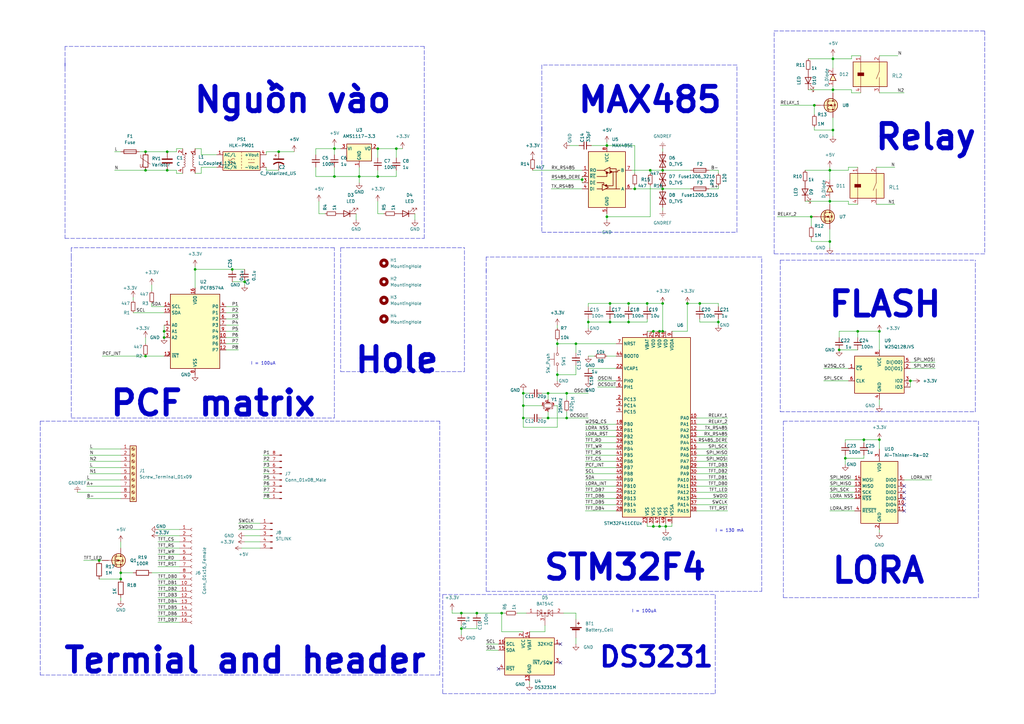
<source format=kicad_sch>
(kicad_sch (version 20211123) (generator eeschema)
  (paper "A3")
  (junction (at 49.53 234.95))
  (junction (at 346.71 187.96))
  (junction (at 271.78 69.85))
  (junction (at 214.63 161.29))
  (junction (at 360.68 135.89))
  (junction (at 257.81 132.08))
  (junction (at 162.56 60.96))
  (junction (at 340.36 99.06))
  (junction (at 294.64 132.08))
  (junction (at 137.16 72.39))
  (junction (at 59.69 146.05))
  (junction (at 100.33 115.57))
  (junction (at 59.69 69.85))
  (junction (at 354.33 180.34))
  (junction (at 68.58 69.85))
  (junction (at 67.31 138.43))
  (junction (at 287.02 124.46))
  (junction (at 334.01 43.18))
  (junction (at 59.69 62.23))
  (junction (at 351.79 135.89))
  (junction (at 68.58 62.23))
  (junction (at 360.68 180.34))
  (junction (at 232.41 161.29))
  (junction (at 340.36 69.85))
  (junction (at 260.35 77.47))
  (junction (at 95.25 110.49))
  (junction (at 195.58 251.46))
  (junction (at 341.63 53.34))
  (junction (at 248.92 88.9))
  (junction (at 257.81 124.46))
  (junction (at 341.63 36.83))
  (junction (at 266.7 69.85))
  (junction (at 214.63 171.45))
  (junction (at 154.94 72.39))
  (junction (at 241.3 132.08))
  (junction (at 273.05 215.9))
  (junction (at 270.51 135.89))
  (junction (at 40.64 229.87))
  (junction (at 340.36 82.55))
  (junction (at 205.74 251.46))
  (junction (at 137.16 60.96))
  (junction (at 265.43 124.46))
  (junction (at 228.6 153.67))
  (junction (at 154.94 60.96))
  (junction (at 224.79 161.29))
  (junction (at 228.6 140.97))
  (junction (at 67.31 135.89))
  (junction (at 373.38 156.21))
  (junction (at 271.78 135.89))
  (junction (at 114.3 62.23))
  (junction (at 270.51 215.9))
  (junction (at 281.94 124.46))
  (junction (at 248.92 59.69))
  (junction (at 341.63 24.13))
  (junction (at 80.01 110.49))
  (junction (at 236.22 140.97))
  (junction (at 271.78 77.47))
  (junction (at 250.19 132.08))
  (junction (at 224.79 171.45))
  (junction (at 332.74 88.9))
  (junction (at 344.17 143.51))
  (junction (at 49.53 237.49))
  (junction (at 267.97 215.9))
  (junction (at 147.32 72.39))
  (junction (at 250.19 124.46))
  (junction (at 238.76 73.66))
  (junction (at 189.23 251.46))
  (junction (at 189.23 257.81))
  (junction (at 232.41 171.45))
  (junction (at 214.63 166.37))
  (junction (at 267.97 135.89))
  (junction (at 271.78 124.46))
  (no_connect (at 370.84 204.47))
  (no_connect (at 229.87 264.16))
  (no_connect (at 370.84 201.93))
  (no_connect (at 229.87 271.78))
  (no_connect (at 370.84 199.39))
  (no_connect (at 204.47 274.32))
  (no_connect (at 370.84 209.55))
  (no_connect (at 370.84 207.01))
  (wire (pts (xy 273.05 215.9) (xy 270.51 215.9)))
  (wire (pts (xy 62.23 125.73) (xy 67.31 125.73)))
  (wire (pts (xy 259.08 69.85) (xy 266.7 69.85)))
  (wire (pts (xy 236.22 140.97) (xy 236.22 144.78)))
  (wire (pts (xy 240.03 181.61) (xy 252.73 181.61)))
  (wire (pts (xy 344.17 143.51) (xy 351.79 143.51)))
  (wire (pts (xy 107.95 199.39) (xy 110.49 199.39)))
  (polyline (pts (xy 26.67 97.79) (xy 173.99 97.79)))
  (wire (pts (xy 207.01 251.46) (xy 205.74 251.46)))
  (wire (pts (xy 137.16 60.96) (xy 137.16 63.5)))
  (wire (pts (xy 354.33 180.34) (xy 354.33 181.61)))
  (wire (pts (xy 95.25 110.49) (xy 100.33 110.49)))
  (wire (pts (xy 341.63 35.56) (xy 341.63 36.83)))
  (wire (pts (xy 49.53 191.77) (xy 36.83 191.77)))
  (wire (pts (xy 332.74 88.9) (xy 332.74 92.71)))
  (polyline (pts (xy 199.39 110.49) (xy 199.39 242.57)))
  (wire (pts (xy 49.53 189.23) (xy 36.83 189.23)))
  (wire (pts (xy 228.6 153.67) (xy 228.6 156.21)))
  (wire (pts (xy 100.33 219.71) (xy 106.68 219.71)))
  (wire (pts (xy 298.45 199.39) (xy 285.75 199.39)))
  (wire (pts (xy 346.71 187.96) (xy 354.33 187.96)))
  (wire (pts (xy 266.7 69.85) (xy 271.78 69.85)))
  (wire (pts (xy 298.45 181.61) (xy 285.75 181.61)))
  (wire (pts (xy 64.77 217.17) (xy 73.66 217.17)))
  (wire (pts (xy 360.68 217.17) (xy 360.68 218.44)))
  (wire (pts (xy 354.33 180.34) (xy 360.68 180.34)))
  (polyline (pts (xy 317.5 104.14) (xy 317.5 12.7)))
  (wire (pts (xy 109.22 62.23) (xy 114.3 62.23)))
  (wire (pts (xy 130.81 87.63) (xy 130.81 82.55)))
  (wire (pts (xy 157.48 87.63) (xy 154.94 87.63)))
  (polyline (pts (xy 181.61 243.84) (xy 181.61 284.48)))
  (wire (pts (xy 259.08 77.47) (xy 260.35 77.47)))
  (wire (pts (xy 224.79 171.45) (xy 232.41 171.45)))
  (polyline (pts (xy 137.16 101.6) (xy 29.21 101.6)))
  (wire (pts (xy 257.81 130.81) (xy 257.81 132.08)))
  (wire (pts (xy 199.39 264.16) (xy 204.47 264.16)))
  (wire (pts (xy 218.44 69.85) (xy 238.76 69.85)))
  (wire (pts (xy 212.09 251.46) (xy 215.9 251.46)))
  (polyline (pts (xy 321.31 172.72) (xy 321.31 245.11)))
  (wire (pts (xy 331.47 36.83) (xy 341.63 36.83)))
  (wire (pts (xy 252.73 207.01) (xy 240.03 207.01)))
  (wire (pts (xy 82.55 68.58) (xy 82.55 71.12)))
  (polyline (pts (xy 320.04 168.91) (xy 400.05 168.91)))
  (wire (pts (xy 245.11 156.21) (xy 252.73 156.21)))
  (wire (pts (xy 354.33 186.69) (xy 354.33 187.96)))
  (wire (pts (xy 331.47 24.13) (xy 341.63 24.13)))
  (wire (pts (xy 240.03 189.23) (xy 252.73 189.23)))
  (wire (pts (xy 298.45 201.93) (xy 285.75 201.93)))
  (wire (pts (xy 189.23 251.46) (xy 195.58 251.46)))
  (wire (pts (xy 236.22 153.67) (xy 228.6 153.67)))
  (wire (pts (xy 298.45 207.01) (xy 285.75 207.01)))
  (wire (pts (xy 298.45 171.45) (xy 285.75 171.45)))
  (wire (pts (xy 281.94 124.46) (xy 281.94 135.89)))
  (wire (pts (xy 341.63 53.34) (xy 334.01 53.34)))
  (wire (pts (xy 298.45 186.69) (xy 285.75 186.69)))
  (wire (pts (xy 185.42 250.19) (xy 185.42 251.46)))
  (wire (pts (xy 271.78 77.47) (xy 283.21 77.47)))
  (wire (pts (xy 245.11 158.75) (xy 252.73 158.75)))
  (polyline (pts (xy 29.21 101.6) (xy 29.21 105.41)))
  (wire (pts (xy 80.01 109.22) (xy 80.01 110.49)))
  (wire (pts (xy 54.61 128.27) (xy 67.31 128.27)))
  (wire (pts (xy 205.74 259.08) (xy 205.74 251.46)))
  (wire (pts (xy 129.54 72.39) (xy 129.54 68.58)))
  (wire (pts (xy 40.64 229.87) (xy 41.91 229.87)))
  (wire (pts (xy 154.94 72.39) (xy 147.32 72.39)))
  (wire (pts (xy 88.9 63.5) (xy 82.55 63.5)))
  (wire (pts (xy 265.43 124.46) (xy 265.43 125.73)))
  (wire (pts (xy 318.77 88.9) (xy 332.74 88.9)))
  (wire (pts (xy 137.16 60.96) (xy 139.7 60.96)))
  (wire (pts (xy 349.25 36.83) (xy 341.63 36.83)))
  (wire (pts (xy 250.19 124.46) (xy 257.81 124.46)))
  (wire (pts (xy 287.02 124.46) (xy 294.64 124.46)))
  (polyline (pts (xy 312.42 105.41) (xy 199.39 105.41)))
  (wire (pts (xy 294.64 124.46) (xy 294.64 125.73)))
  (wire (pts (xy 72.39 71.12) (xy 72.39 69.85)))
  (wire (pts (xy 35.56 204.47) (xy 49.53 204.47)))
  (wire (pts (xy 341.63 22.86) (xy 341.63 24.13)))
  (polyline (pts (xy 321.31 172.72) (xy 401.32 172.72)))
  (wire (pts (xy 241.3 132.08) (xy 241.3 134.62)))
  (wire (pts (xy 170.18 87.63) (xy 170.18 90.17)))
  (wire (pts (xy 97.79 217.17) (xy 106.68 217.17)))
  (wire (pts (xy 240.03 194.31) (xy 252.73 194.31)))
  (wire (pts (xy 80.01 110.49) (xy 80.01 118.11)))
  (wire (pts (xy 67.31 135.89) (xy 67.31 138.43)))
  (wire (pts (xy 257.81 125.73) (xy 257.81 124.46)))
  (wire (pts (xy 232.41 161.29) (xy 232.41 163.83)))
  (wire (pts (xy 146.05 87.63) (xy 146.05 90.17)))
  (wire (pts (xy 266.7 69.85) (xy 266.7 71.12)))
  (wire (pts (xy 267.97 135.89) (xy 270.51 135.89)))
  (polyline (pts (xy 199.39 242.57) (xy 312.42 242.57)))
  (wire (pts (xy 80.01 71.12) (xy 82.55 71.12)))
  (wire (pts (xy 49.53 184.15) (xy 36.83 184.15)))
  (wire (pts (xy 252.73 204.47) (xy 240.03 204.47)))
  (wire (pts (xy 241.3 124.46) (xy 241.3 125.73)))
  (polyline (pts (xy 320.04 106.68) (xy 400.05 106.68)))
  (wire (pts (xy 260.35 77.47) (xy 271.78 77.47)))
  (wire (pts (xy 236.22 140.97) (xy 252.73 140.97)))
  (wire (pts (xy 241.3 124.46) (xy 250.19 124.46)))
  (wire (pts (xy 332.74 99.06) (xy 332.74 97.79)))
  (wire (pts (xy 133.35 87.63) (xy 130.81 87.63)))
  (wire (pts (xy 162.56 72.39) (xy 154.94 72.39)))
  (wire (pts (xy 353.06 38.1) (xy 349.25 38.1)))
  (polyline (pts (xy 29.21 105.41) (xy 29.21 171.45)))
  (wire (pts (xy 344.17 138.43) (xy 344.17 135.89)))
  (wire (pts (xy 275.59 135.89) (xy 281.94 135.89)))
  (wire (pts (xy 92.71 135.89) (xy 97.79 135.89)))
  (wire (pts (xy 114.3 69.85) (xy 109.22 69.85)))
  (polyline (pts (xy 181.61 243.84) (xy 293.37 243.84)))
  (wire (pts (xy 360.68 22.86) (xy 368.3 22.86)))
  (polyline (pts (xy 222.25 52.07) (xy 222.25 95.25)))
  (wire (pts (xy 360.68 135.89) (xy 360.68 143.51)))
  (wire (pts (xy 240.03 173.99) (xy 252.73 173.99)))
  (wire (pts (xy 217.17 259.08) (xy 223.52 259.08)))
  (wire (pts (xy 64.77 237.49) (xy 73.66 237.49)))
  (wire (pts (xy 340.36 196.85) (xy 350.52 196.85)))
  (wire (pts (xy 67.31 133.35) (xy 67.31 135.89)))
  (wire (pts (xy 271.78 135.89) (xy 273.05 135.89)))
  (wire (pts (xy 298.45 173.99) (xy 285.75 173.99)))
  (wire (pts (xy 281.94 124.46) (xy 287.02 124.46)))
  (wire (pts (xy 373.38 151.13) (xy 383.54 151.13)))
  (wire (pts (xy 80.01 60.96) (xy 82.55 60.96)))
  (wire (pts (xy 99.06 224.79) (xy 106.68 224.79)))
  (wire (pts (xy 271.78 69.85) (xy 283.21 69.85)))
  (wire (pts (xy 248.92 88.9) (xy 266.7 88.9)))
  (wire (pts (xy 248.92 88.9) (xy 248.92 87.63)))
  (wire (pts (xy 340.36 82.55) (xy 340.36 83.82)))
  (wire (pts (xy 240.03 191.77) (xy 252.73 191.77)))
  (wire (pts (xy 351.79 68.58) (xy 347.98 68.58)))
  (wire (pts (xy 252.73 209.55) (xy 240.03 209.55)))
  (wire (pts (xy 337.82 156.21) (xy 347.98 156.21)))
  (wire (pts (xy 35.56 196.85) (xy 49.53 196.85)))
  (wire (pts (xy 49.53 234.95) (xy 49.53 237.49)))
  (wire (pts (xy 340.36 99.06) (xy 340.36 101.6)))
  (wire (pts (xy 236.22 254) (xy 236.22 251.46)))
  (wire (pts (xy 346.71 180.34) (xy 354.33 180.34)))
  (wire (pts (xy 214.63 171.45) (xy 214.63 166.37)))
  (polyline (pts (xy 320.04 106.68) (xy 320.04 168.91)))
  (wire (pts (xy 92.71 138.43) (xy 97.79 138.43)))
  (wire (pts (xy 265.43 214.63) (xy 265.43 215.9)))
  (wire (pts (xy 359.41 83.82) (xy 367.03 83.82)))
  (wire (pts (xy 294.64 69.85) (xy 294.64 71.12)))
  (wire (pts (xy 346.71 186.69) (xy 346.71 187.96)))
  (wire (pts (xy 92.71 143.51) (xy 97.79 143.51)))
  (wire (pts (xy 129.54 60.96) (xy 137.16 60.96)))
  (wire (pts (xy 232.41 168.91) (xy 232.41 171.45)))
  (wire (pts (xy 35.56 199.39) (xy 49.53 199.39)))
  (polyline (pts (xy 16.51 172.72) (xy 180.34 172.72)))
  (polyline (pts (xy 403.86 12.7) (xy 403.86 104.14)))
  (wire (pts (xy 340.36 99.06) (xy 332.74 99.06)))
  (wire (pts (xy 298.45 209.55) (xy 285.75 209.55)))
  (wire (pts (xy 260.35 71.12) (xy 260.35 59.69)))
  (wire (pts (xy 64.77 222.25) (xy 73.66 222.25)))
  (wire (pts (xy 41.91 146.05) (xy 59.69 146.05)))
  (wire (pts (xy 294.64 132.08) (xy 294.64 133.35)))
  (wire (pts (xy 31.75 201.93) (xy 49.53 201.93)))
  (wire (pts (xy 46.99 62.23) (xy 49.53 62.23)))
  (wire (pts (xy 298.45 179.07) (xy 285.75 179.07)))
  (polyline (pts (xy 199.39 105.41) (xy 199.39 111.76)))
  (wire (pts (xy 62.23 125.73) (xy 62.23 124.46)))
  (polyline (pts (xy 317.5 12.7) (xy 403.86 12.7)))
  (wire (pts (xy 330.2 82.55) (xy 340.36 82.55)))
  (wire (pts (xy 228.6 140.97) (xy 236.22 140.97)))
  (wire (pts (xy 265.43 130.81) (xy 265.43 132.08)))
  (wire (pts (xy 72.39 71.12) (xy 74.93 71.12)))
  (wire (pts (xy 100.33 222.25) (xy 106.68 222.25)))
  (wire (pts (xy 347.98 68.58) (xy 347.98 69.85)))
  (wire (pts (xy 351.79 83.82) (xy 347.98 83.82)))
  (wire (pts (xy 40.64 237.49) (xy 49.53 237.49)))
  (wire (pts (xy 64.77 245.11) (xy 73.66 245.11)))
  (wire (pts (xy 340.36 68.58) (xy 340.36 69.85)))
  (wire (pts (xy 340.36 69.85) (xy 340.36 73.66)))
  (wire (pts (xy 228.6 140.97) (xy 228.6 142.24)))
  (wire (pts (xy 49.53 245.11) (xy 49.53 246.38)))
  (wire (pts (xy 360.68 163.83) (xy 360.68 166.37)))
  (wire (pts (xy 92.71 128.27) (xy 97.79 128.27)))
  (wire (pts (xy 285.75 194.31) (xy 298.45 194.31)))
  (wire (pts (xy 57.15 62.23) (xy 59.69 62.23)))
  (wire (pts (xy 260.35 76.2) (xy 260.35 77.47)))
  (wire (pts (xy 59.69 138.43) (xy 59.69 140.97)))
  (wire (pts (xy 137.16 60.96) (xy 137.16 59.69)))
  (wire (pts (xy 34.29 229.87) (xy 40.64 229.87)))
  (wire (pts (xy 241.3 130.81) (xy 241.3 132.08)))
  (wire (pts (xy 59.69 146.05) (xy 67.31 146.05)))
  (wire (pts (xy 242.57 59.69) (xy 248.92 59.69)))
  (wire (pts (xy 270.51 215.9) (xy 267.97 215.9)))
  (wire (pts (xy 228.6 133.35) (xy 228.6 134.62)))
  (wire (pts (xy 341.63 48.26) (xy 341.63 53.34)))
  (wire (pts (xy 154.94 60.96) (xy 154.94 64.77)))
  (wire (pts (xy 92.71 130.81) (xy 97.79 130.81)))
  (wire (pts (xy 147.32 72.39) (xy 137.16 72.39)))
  (wire (pts (xy 72.39 60.96) (xy 72.39 62.23)))
  (wire (pts (xy 320.04 43.18) (xy 334.01 43.18)))
  (polyline (pts (xy 173.99 97.79) (xy 173.99 19.05)))
  (wire (pts (xy 334.01 43.18) (xy 334.01 46.99)))
  (wire (pts (xy 298.45 196.85) (xy 285.75 196.85)))
  (wire (pts (xy 359.41 68.58) (xy 367.03 68.58)))
  (wire (pts (xy 59.69 69.85) (xy 68.58 69.85)))
  (wire (pts (xy 92.71 140.97) (xy 97.79 140.97)))
  (wire (pts (xy 107.95 191.77) (xy 110.49 191.77)))
  (wire (pts (xy 344.17 135.89) (xy 351.79 135.89)))
  (wire (pts (xy 351.79 135.89) (xy 360.68 135.89)))
  (wire (pts (xy 214.63 161.29) (xy 217.17 161.29)))
  (wire (pts (xy 285.75 191.77) (xy 298.45 191.77)))
  (wire (pts (xy 373.38 156.21) (xy 374.65 156.21)))
  (wire (pts (xy 80.01 110.49) (xy 95.25 110.49)))
  (wire (pts (xy 68.58 62.23) (xy 72.39 62.23)))
  (wire (pts (xy 287.02 124.46) (xy 287.02 125.73)))
  (wire (pts (xy 82.55 60.96) (xy 82.55 63.5)))
  (wire (pts (xy 224.79 171.45) (xy 222.25 171.45)))
  (wire (pts (xy 88.9 68.58) (xy 82.55 68.58)))
  (wire (pts (xy 298.45 184.15) (xy 285.75 184.15)))
  (wire (pts (xy 260.35 59.69) (xy 248.92 59.69)))
  (wire (pts (xy 107.95 189.23) (xy 110.49 189.23)))
  (polyline (pts (xy 173.99 19.05) (xy 26.67 19.05)))
  (wire (pts (xy 273.05 217.17) (xy 273.05 215.9)))
  (wire (pts (xy 347.98 69.85) (xy 340.36 69.85)))
  (wire (pts (xy 64.77 242.57) (xy 73.66 242.57)))
  (wire (pts (xy 64.77 250.19) (xy 73.66 250.19)))
  (wire (pts (xy 107.95 194.31) (xy 110.49 194.31)))
  (wire (pts (xy 232.41 171.45) (xy 241.3 171.45)))
  (wire (pts (xy 217.17 171.45) (xy 214.63 171.45)))
  (wire (pts (xy 49.53 194.31) (xy 36.83 194.31)))
  (wire (pts (xy 238.76 72.39) (xy 238.76 73.66)))
  (wire (pts (xy 68.58 69.85) (xy 72.39 69.85)))
  (wire (pts (xy 240.03 179.07) (xy 252.73 179.07)))
  (wire (pts (xy 214.63 166.37) (xy 214.63 161.29)))
  (wire (pts (xy 97.79 214.63) (xy 106.68 214.63)))
  (polyline (pts (xy 222.25 26.67) (xy 222.25 54.61)))
  (wire (pts (xy 334.01 53.34) (xy 334.01 52.07)))
  (wire (pts (xy 349.25 22.86) (xy 349.25 24.13)))
  (wire (pts (xy 270.51 135.89) (xy 271.78 135.89)))
  (wire (pts (xy 228.6 175.26) (xy 214.63 175.26)))
  (wire (pts (xy 270.51 214.63) (xy 270.51 215.9)))
  (wire (pts (xy 240.03 199.39) (xy 252.73 199.39)))
  (wire (pts (xy 154.94 69.85) (xy 154.94 72.39)))
  (wire (pts (xy 64.77 252.73) (xy 73.66 252.73)))
  (wire (pts (xy 195.58 257.81) (xy 195.58 256.54)))
  (wire (pts (xy 290.83 69.85) (xy 294.64 69.85)))
  (wire (pts (xy 64.77 232.41) (xy 73.66 232.41)))
  (wire (pts (xy 214.63 175.26) (xy 214.63 171.45)))
  (wire (pts (xy 341.63 53.34) (xy 341.63 55.88)))
  (polyline (pts (xy 180.34 276.86) (xy 180.34 172.72)))
  (wire (pts (xy 265.43 215.9) (xy 267.97 215.9)))
  (wire (pts (xy 349.25 24.13) (xy 341.63 24.13)))
  (wire (pts (xy 189.23 257.81) (xy 189.23 260.35)))
  (wire (pts (xy 240.03 196.85) (xy 252.73 196.85)))
  (wire (pts (xy 248.92 90.17) (xy 248.92 88.9)))
  (wire (pts (xy 298.45 189.23) (xy 285.75 189.23)))
  (wire (pts (xy 72.39 60.96) (xy 74.93 60.96)))
  (wire (pts (xy 49.53 234.95) (xy 54.61 234.95)))
  (polyline (pts (xy 302.26 26.67) (xy 222.25 26.67)))
  (wire (pts (xy 224.79 163.83) (xy 224.79 161.29)))
  (wire (pts (xy 224.79 161.29) (xy 222.25 161.29)))
  (wire (pts (xy 267.97 215.9) (xy 267.97 214.63)))
  (wire (pts (xy 243.84 146.05) (xy 241.3 146.05)))
  (wire (pts (xy 340.36 93.98) (xy 340.36 99.06)))
  (wire (pts (xy 62.23 116.84) (xy 62.23 119.38)))
  (wire (pts (xy 340.36 204.47) (xy 350.52 204.47)))
  (wire (pts (xy 185.42 251.46) (xy 189.23 251.46)))
  (wire (pts (xy 236.22 149.86) (xy 236.22 153.67)))
  (wire (pts (xy 236.22 261.62) (xy 236.22 264.16)))
  (wire (pts (xy 107.95 186.69) (xy 110.49 186.69)))
  (wire (pts (xy 137.16 68.58) (xy 137.16 72.39)))
  (wire (pts (xy 214.63 160.02) (xy 214.63 161.29)))
  (wire (pts (xy 233.68 59.69) (xy 237.49 59.69)))
  (polyline (pts (xy 312.42 242.57) (xy 312.42 105.41)))
  (wire (pts (xy 231.14 251.46) (xy 236.22 251.46)))
  (wire (pts (xy 228.6 166.37) (xy 227.33 166.37)))
  (wire (pts (xy 250.19 124.46) (xy 250.19 125.73)))
  (wire (pts (xy 92.71 133.35) (xy 97.79 133.35)))
  (wire (pts (xy 340.36 199.39) (xy 350.52 199.39)))
  (polyline (pts (xy 16.51 172.72) (xy 16.51 276.86)))
  (wire (pts (xy 232.41 161.29) (xy 241.3 161.29)))
  (wire (pts (xy 250.19 132.08) (xy 257.81 132.08)))
  (wire (pts (xy 287.02 132.08) (xy 294.64 132.08)))
  (wire (pts (xy 294.64 76.2) (xy 294.64 77.47)))
  (wire (pts (xy 49.53 222.25) (xy 49.53 224.79)))
  (wire (pts (xy 271.78 60.96) (xy 271.78 62.23)))
  (wire (pts (xy 214.63 259.08) (xy 205.74 259.08)))
  (wire (pts (xy 46.99 69.85) (xy 59.69 69.85)))
  (wire (pts (xy 59.69 62.23) (xy 68.58 62.23)))
  (wire (pts (xy 214.63 166.37) (xy 222.25 166.37)))
  (wire (pts (xy 340.36 201.93) (xy 350.52 201.93)))
  (wire (pts (xy 346.71 180.34) (xy 346.71 181.61)))
  (wire (pts (xy 228.6 139.7) (xy 228.6 140.97)))
  (wire (pts (xy 341.63 24.13) (xy 341.63 27.94)))
  (wire (pts (xy 64.77 255.27) (xy 73.66 255.27)))
  (wire (pts (xy 64.77 227.33) (xy 73.66 227.33)))
  (wire (pts (xy 114.3 62.23) (xy 120.65 62.23)))
  (wire (pts (xy 271.78 85.09) (xy 271.78 86.36)))
  (polyline (pts (xy 321.31 245.11) (xy 401.32 245.11)))
  (wire (pts (xy 49.53 186.69) (xy 36.83 186.69)))
  (polyline (pts (xy 137.16 171.45) (xy 137.16 101.6)))
  (polyline (pts (xy 139.7 101.6) (xy 139.7 152.4)))
  (polyline (pts (xy 29.21 171.45) (xy 137.16 171.45)))
  (wire (pts (xy 154.94 87.63) (xy 154.94 82.55)))
  (wire (pts (xy 265.43 135.89) (xy 267.97 135.89)))
  (wire (pts (xy 266.7 76.2) (xy 266.7 88.9)))
  (polyline (pts (xy 400.05 168.91) (xy 400.05 106.68)))
  (polyline (pts (xy 26.67 25.4) (xy 26.67 97.79)))
  (wire (pts (xy 238.76 73.66) (xy 238.76 74.93)))
  (wire (pts (xy 349.25 38.1) (xy 349.25 36.83)))
  (wire (pts (xy 346.71 187.96) (xy 346.71 190.5)))
  (wire (pts (xy 129.54 63.5) (xy 129.54 60.96)))
  (polyline (pts (xy 401.32 245.11) (xy 401.32 172.72)))
  (wire (pts (xy 189.23 256.54) (xy 189.23 257.81)))
  (wire (pts (xy 64.77 247.65) (xy 73.66 247.65)))
  (wire (pts (xy 224.79 161.29) (xy 232.41 161.29)))
  (wire (pts (xy 162.56 69.85) (xy 162.56 72.39)))
  (wire (pts (xy 223.52 256.54) (xy 223.52 259.08)))
  (wire (pts (xy 271.78 124.46) (xy 271.78 135.89)))
  (wire (pts (xy 64.77 224.79) (xy 73.66 224.79)))
  (wire (pts (xy 294.64 130.81) (xy 294.64 132.08)))
  (wire (pts (xy 240.03 176.53) (xy 252.73 176.53)))
  (wire (pts (xy 298.45 176.53) (xy 285.75 176.53)))
  (wire (pts (xy 290.83 77.47) (xy 294.64 77.47)))
  (wire (pts (xy 107.95 196.85) (xy 110.49 196.85)))
  (wire (pts (xy 241.3 132.08) (xy 250.19 132.08)))
  (wire (pts (xy 257.81 132.08) (xy 265.43 132.08)))
  (wire (pts (xy 341.63 36.83) (xy 341.63 38.1)))
  (polyline (pts (xy 403.86 104.14) (xy 317.5 104.14)))
  (polyline (pts (xy 190.5 152.4) (xy 190.5 101.6)))
  (wire (pts (xy 195.58 251.46) (xy 205.74 251.46)))
  (wire (pts (xy 228.6 166.37) (xy 228.6 175.26)))
  (wire (pts (xy 162.56 60.96) (xy 165.1 60.96)))
  (wire (pts (xy 226.06 77.47) (xy 238.76 77.47)))
  (wire (pts (xy 147.32 72.39) (xy 147.32 74.93)))
  (wire (pts (xy 273.05 214.63) (xy 273.05 215.9)))
  (wire (pts (xy 107.95 204.47) (xy 110.49 204.47)))
  (wire (pts (xy 351.79 138.43) (xy 351.79 135.89)))
  (wire (pts (xy 360.68 180.34) (xy 360.68 184.15)))
  (polyline (pts (xy 139.7 101.6) (xy 190.5 101.6)))
  (wire (pts (xy 248.92 58.42) (xy 248.92 59.69)))
  (wire (pts (xy 330.2 69.85) (xy 340.36 69.85)))
  (polyline (pts (xy 16.51 276.86) (xy 180.34 276.86)))
  (wire (pts (xy 54.61 121.92) (xy 54.61 123.19)))
  (polyline (pts (xy 302.26 95.25) (xy 302.26 26.67)))
  (wire (pts (xy 241.3 151.13) (xy 252.73 151.13)))
  (wire (pts (xy 100.33 115.57) (xy 100.33 116.84)))
  (wire (pts (xy 62.23 234.95) (xy 73.66 234.95)))
  (polyline (pts (xy 139.7 152.4) (xy 190.5 152.4)))
  (wire (pts (xy 265.43 124.46) (xy 271.78 124.46)))
  (wire (pts (xy 162.56 60.96) (xy 162.56 64.77)))
  (wire (pts (xy 107.95 201.93) (xy 110.49 201.93)))
  (wire (pts (xy 92.71 125.73) (xy 97.79 125.73)))
  (wire (pts (xy 217.17 279.4) (xy 217.17 280.67)))
  (wire (pts (xy 382.27 196.85) (xy 370.84 196.85)))
  (wire (pts (xy 228.6 153.67) (xy 228.6 152.4)))
  (polyline (pts (xy 26.67 19.05) (xy 26.67 27.94)))
  (wire (pts (xy 340.36 81.28) (xy 340.36 82.55)))
  (wire (pts (xy 287.02 130.81) (xy 287.02 132.08)))
  (wire (pts (xy 226.06 73.66) (xy 238.76 73.66)))
  (wire (pts (xy 248.92 146.05) (xy 252.73 146.05)))
  (wire (pts (xy 257.81 124.46) (xy 265.43 124.46)))
  (wire (pts (xy 64.77 219.71) (xy 73.66 219.71)))
  (wire (pts (xy 95.25 115.57) (xy 100.33 115.57)))
  (wire (pts (xy 347.98 82.55) (xy 340.36 82.55)))
  (wire (pts (xy 240.03 184.15) (xy 252.73 184.15)))
  (wire (pts (xy 147.32 68.58) (xy 147.32 72.39)))
  (wire (pts (xy 383.54 148.59) (xy 373.38 148.59)))
  (wire (pts (xy 347.98 151.13) (xy 337.82 151.13)))
  (wire (pts (xy 240.03 186.69) (xy 252.73 186.69)))
  (wire (pts (xy 199.39 266.7) (xy 204.47 266.7)))
  (wire (pts (xy 224.79 168.91) (xy 224.79 171.45)))
  (wire (pts (xy 275.59 214.63) (xy 275.59 215.9)))
  (wire (pts (xy 137.16 72.39) (xy 129.54 72.39)))
  (wire (pts (xy 275.59 215.9) (xy 273.05 215.9)))
  (wire (pts (xy 154.94 60.96) (xy 162.56 60.96)))
  (polyline (pts (xy 293.37 284.48) (xy 293.37 243.84)))
  (wire (pts (xy 353.06 22.86) (xy 349.25 22.86)))
  (wire (pts (xy 64.77 229.87) (xy 73.66 229.87)))
  (wire (pts (xy 347.98 83.82) (xy 347.98 82.55)))
  (wire (pts (xy 250.19 130.81) (xy 250.19 132.08)))
  (wire (pts (xy 189.23 257.81) (xy 195.58 257.81)))
  (wire (pts (xy 109.22 62.23) (xy 109.22 63.5)))
  (wire (pts (xy 360.68 38.1) (xy 370.84 38.1)))
  (polyline (pts (xy 181.61 284.48) (xy 293.37 284.48)))
  (wire (pts (xy 373.38 156.21) (xy 373.38 158.75)))
  (polyline (pts (xy 222.25 95.25) (xy 302.26 95.25)))
  (wire (pts (xy 109.22 69.85) (xy 109.22 68.58)))
  (wire (pts (xy 64.77 240.03) (xy 73.66 240.03)))
  (wire (pts (xy 285.75 204.47) (xy 298.45 204.47)))
  (wire (pts (xy 240.03 201.93) (xy 252.73 201.93)))
  (wire (pts (xy 340.36 209.55) (xy 350.52 209.55)))
  (text "FLASH" (at 339.09 130.81 0) (effects (font (size 10 10) bold) (justify left bottom)))
  (text "I = 130 mA	" (at 293.37 218.44 0) (effects (font (size 1.27 1.27)) (justify left bottom)))
  (text "LORA" (at 340.36 240.03 0) (effects (font (size 10 10) bold) (justify left bottom)))
  (text "I = 100uA\n" (at 259.08 251.46 0) (effects (font (size 1.27 1.27)) (justify left bottom)))
  (text "Hole" (at 144.78 153.67 0) (effects (font (size 10 10) bold) (justify left bottom)))
  (text "PCF matrix" (at 44.45 171.45 0) (effects (font (size 10 10) bold) (justify left bottom)))
  (text "Nguồn vào" (at 78.74 46.99 0) (effects (font (size 10 10) (thickness 2) bold) (justify left bottom)))
  (text "STM32F4" (at 222.25 238.76 0) (effects (font (size 10 10) (thickness 2) bold) (justify left bottom)))
  (text "Relay" (at 358.14 62.23 0) (effects (font (size 10 10) bold) (justify left bottom)))
  (text "DS3231" (at 245.11 274.32 0) (effects (font (size 8 8) bold) (justify left bottom)))
  (text "MAX485" (at 236.22 46.99 0) (effects (font (size 10 10) bold) (justify left bottom)))
  (text "Termial and header " (at 25.4 276.86 0) (effects (font (size 10 10) bold) (justify left bottom)))
  (text "I = 100uA\n" (at 102.87 149.86 0) (effects (font (size 1.27 1.27)) (justify left bottom)))
  (label "RS485_DERE" (at 226.06 73.66 0))
  (label "SDA" (at 199.39 266.7 0))
  (label "N" (at 46.99 69.85 0))
  (label "LORA_INT" (at 240.03 199.39 0))
  (label "SPI_MISO" (at 298.45 186.69 180))
  (label "SCL" (at 55.88 128.27 0))
  (label "SWDIO" (at 298.45 204.47 180))
  (label "TFT_RS" (at 240.03 186.69 0))
  (label "L" (at 46.99 62.23 0))
  (label "W25Q_CS" (at 337.82 151.13 0))
  (label "SPI_SCK" (at 337.82 156.21 0))
  (label "TFT_LED" (at 298.45 201.93 180))
  (label "P2" (at 97.79 128.27 180))
  (label "TFT_DB4" (at 64.77 247.65 0))
  (label "P2" (at 107.95 189.23 0))
  (label "PCF_INT" (at 240.03 191.77 0))
  (label "TFT_DB0" (at 298.45 199.39 180))
  (label "TFT_DB7" (at 64.77 255.27 0))
  (label "P4" (at 97.79 133.35 180))
  (label "SPI_MOSI" (at 383.54 148.59 180))
  (label "P1" (at 97.79 125.73 180))
  (label "LORA_INT" (at 382.27 196.85 180))
  (label "SPI_MOSI" (at 340.36 196.85 0))
  (label "P7" (at 97.79 140.97 180))
  (label "N" (at 367.03 68.58 180))
  (label "TFT_RS" (at 64.77 224.79 0))
  (label "TFT_RST" (at 64.77 232.41 0))
  (label "TFT_RST" (at 298.45 209.55 180))
  (label "RS485_DERE" (at 298.45 181.61 180))
  (label "OCSOUT" (at 245.11 158.75 0))
  (label "OSCIN" (at 241.3 161.29 180))
  (label "TFT_DB5" (at 64.77 250.19 0))
  (label "P7" (at 107.95 201.93 0))
  (label "SDA" (at 62.23 125.73 0))
  (label "A+" (at 35.56 199.39 0))
  (label "SPI_SCK" (at 298.45 184.15 180))
  (label "SDA" (at 240.03 196.85 0))
  (label "A+" (at 294.64 77.47 180))
  (label "RELAY_2" (at 298.45 173.99 180))
  (label "P6" (at 97.79 138.43 180))
  (label "TFT_DB1" (at 64.77 240.03 0))
  (label "TFT_RD" (at 64.77 229.87 0))
  (label "P3" (at 97.79 130.81 180))
  (label "N" (at 36.83 186.69 0))
  (label "TFT_CS" (at 240.03 189.23 0))
  (label "SPI_MISO" (at 383.54 151.13 180))
  (label "TFT_RD" (at 240.03 181.61 0))
  (label "TX_RS485" (at 226.06 77.47 0))
  (label "OCSOUT" (at 241.3 171.45 180))
  (label "W25Q_CS" (at 240.03 173.99 0))
  (label "N" (at 368.3 22.86 0))
  (label "TFT_DB7" (at 240.03 201.93 0))
  (label "P3" (at 107.95 191.77 0))
  (label "TFT_DB2" (at 298.45 194.31 180))
  (label "RELAY_2" (at 318.77 88.9 0))
  (label "TFT_DB6" (at 240.03 204.47 0))
  (label "P1" (at 107.95 186.69 0))
  (label "TFT_DB3" (at 64.77 245.11 0))
  (label "P8" (at 97.79 143.51 180))
  (label "SWCLK" (at 298.45 207.01 180))
  (label "SPI_MOSI" (at 298.45 189.23 180))
  (label "LORA_RST" (at 240.03 179.07 0))
  (label "LORA NSS" (at 240.03 176.53 0))
  (label "TFT_DB2" (at 64.77 242.57 0))
  (label "SCL" (at 199.39 264.16 0))
  (label "P8" (at 107.95 204.47 0))
  (label "N1" (at 367.03 83.82 180))
  (label "TFT_DB1" (at 298.45 196.85 180))
  (label "L" (at 35.56 196.85 0))
  (label "LORA_RST" (at 340.36 209.55 0))
  (label "LORA NSS" (at 340.36 204.47 0))
  (label "RX_RS485" (at 226.06 69.85 0))
  (label "TFT_DB5" (at 240.03 207.01 0))
  (label "P6" (at 107.95 199.39 0))
  (label "L" (at 36.83 184.15 0))
  (label "TFT_WR" (at 240.03 184.15 0))
  (label "RX_RS485" (at 298.45 179.07 180))
  (label "OSCIN" (at 245.11 156.21 0))
  (label "TFT_DB6" (at 64.77 252.73 0))
  (label "SCL" (at 240.03 194.31 0))
  (label "RELAY_1" (at 298.45 171.45 180))
  (label "PCF_INT" (at 41.91 146.05 0))
  (label "TFT_LED" (at 34.29 229.87 0))
  (label "TFT_DB0" (at 64.77 237.49 0))
  (label "N1" (at 36.83 194.31 0))
  (label "SWCLK" (at 97.79 214.63 0))
  (label "RELAY_1" (at 320.04 43.18 0))
  (label "TX_RS485" (at 298.45 176.53 180))
  (label "B-" (at 294.64 69.85 180))
  (label "SPI_SCK" (at 340.36 201.93 0))
  (label "P4" (at 107.95 194.31 0))
  (label "TFT_CS" (at 64.77 222.25 0))
  (label "B-" (at 35.56 204.47 0))
  (label "TFT_DB3" (at 298.45 191.77 180))
  (label "SWDIO" (at 97.79 217.17 0))
  (label "N2" (at 370.84 38.1 180))
  (label "SPI_MISO" (at 340.36 199.39 0))
  (label "P5" (at 97.79 135.89 180))
  (label "TFT_WR" (at 64.77 227.33 0))
  (label "TFT_DB4" (at 240.03 209.55 0))
  (label "N2" (at 36.83 189.23 0))
  (label "P5" (at 107.95 196.85 0))
  (label "L" (at 36.83 191.77 0))
  (symbol (lib_id "IVS_Symbol:D_Diode") (at 340.36 76.2 270) (unit 1)
    (property "Reference" "D11" (at 342.9 76.1999 90) (effects (justify left)))
    (property "Value" "D_Diode" (at 337.82 73.66 0) (effects (justify left)))
    (property "Footprint" "IVS_FOOTPRINTS:D_SOD-123F" (effects hide))
  )
  (symbol (lib_id "Switch:SW_Push") (at 228.6 147.32 90) (unit 1)
    (property "Reference" "SW1" (at 231.14 146.05 0) (effects (justify right)))
    (property "Value" "SW_Push" (at 224.79 144.78 0) (effects (justify right)))
    (property "Footprint" "IVS_FOOTPRINTS:SW_SPST_PTS810" (effects hide))
  )
  (symbol (lib_id "power:GND") (at 146.05 90.17 0) (unit 1)
    (property "Reference" "#PWR0110" (effects hide))
    (property "Value" "GND" (at 146.05 93.98 0))
  )
  (symbol (lib_id "power:+5V") (at 99.06 224.79 90) (unit 1)
    (property "Reference" "#PWR0125" (effects hide))
    (property "Value" "+5V" (at 97.79 227.33 90) (effects (justify right)))
  )
  (symbol (lib_id "power:+3.3V") (at 59.69 138.43 0) (unit 1)
    (property "Reference" "#PWR0118" (effects hide))
    (property "Value" "+3.3V" (at 58.42 134.62 0))
  )
  (symbol (lib_id "Connector:Conn_01x05_Male") (at 111.76 219.71 0) (mirror y) (unit 1)
    (property "Reference" "J8" (at 113.03 218.4399 0) (effects (justify right)))
    (property "Value" "STLINK" (at 113.03 220.9799 0) (effects (justify right)))
    (property "Footprint" "Connector_PinHeader_2.54mm:PinHeader_1x05_P2.54mm_Vertical" (effects hide))
  )
  (symbol (lib_id "power:+3.3V") (at 360.68 135.89 0) (mirror y) (unit 1)
    (property "Reference" "#PWR0136" (effects hide))
    (property "Value" "+3.3V" (at 363.22 134.6199 0) (effects (justify right)))
  )
  (symbol (lib_id "Timer_RTC:DS3231M") (at 217.17 269.24 0) (unit 1)
    (property "Reference" "U4" (at 219.1894 279.4 0) (effects (justify left)))
    (property "Value" "DS3231M" (at 219.1894 281.94 0) (effects (justify left)))
    (property "Footprint" "IVS_FOOTPRINTS:SOIC-16W_7.5x10.3mm_P1.27mm" (effects hide))
    (property "Datasheet" "http://datasheets.maximintegrated.com/en/ds/DS3231.pdf" (effects hide))
  )
  (symbol (lib_id "power:GND") (at 241.3 146.05 0) (unit 1)
    (property "Reference" "#PWR0126" (effects hide))
    (property "Value" "GND" (at 240.03 149.86 0) (effects (justify left)))
  )
  (symbol (lib_id "power:+3.3V") (at 228.6 133.35 0) (unit 1)
    (property "Reference" "#PWR0151" (effects hide))
    (property "Value" "+3.3V" (at 228.6 128.27 0))
  )
  (symbol (lib_id "Device:C_Small") (at 257.81 128.27 180) (unit 1)
    (property "Reference" "C18" (at 260.35 127 0))
    (property "Value" "100n" (at 261.62 129.54 0))
    (property "Footprint" "Capacitor_SMD:C_0603_1608Metric" (effects hide))
  )
  (symbol (lib_id "power:+3.3V") (at 80.01 109.22 0) (unit 1)
    (property "Reference" "#PWR0115" (effects hide))
    (property "Value" "+3.3V" (at 80.01 104.14 0))
  )
  (symbol (lib_id "Device:R_Small") (at 218.44 67.31 0) (unit 1)
    (property "Reference" "R14" (at 213.36 67.31 0) (effects (justify left)))
    (property "Value" "4k7" (at 219.71 68.58 0) (effects (justify left)))
    (property "Footprint" "Resistor_SMD:R_0603_1608Metric" (effects hide))
  )
  (symbol (lib_id "power:GND") (at 189.23 260.35 0) (unit 1)
    (property "Reference" "#PWR0142" (effects hide))
    (property "Value" "GND" (at 193.04 261.62 0))
  )
  (symbol (lib_id "power:GND") (at 248.92 90.17 0) (unit 1)
    (property "Reference" "#PWR0150" (effects hide))
    (property "Value" "GND" (at 248.92 95.25 0))
  )
  (symbol (lib_id "power:GND") (at 64.77 217.17 270) (unit 1)
    (property "Reference" "#PWR0120" (effects hide))
    (property "Value" "GND" (at 66.04 215.9 90))
  )
  (symbol (lib_id "power:GND") (at 100.33 219.71 270) (unit 1)
    (property "Reference" "#PWR0123" (effects hide))
    (property "Value" "GND" (at 93.98 219.71 90))
  )
  (symbol (lib_id "Device:C_Small") (at 344.17 140.97 180) (unit 1)
    (property "Reference" "C22" (at 346.71 139.7 0))
    (property "Value" "1u" (at 347.98 142.24 0))
    (property "Footprint" "Capacitor_SMD:C_0603_1608Metric" (effects hide))
  )
  (symbol (lib_id "Device:C_Small") (at 154.94 67.31 0) (unit 1)
    (property "Reference" "C7" (at 157.48 66.0462 0) (effects (justify left)))
    (property "Value" "100n" (at 157.48 68.5862 0) (effects (justify left)))
    (property "Footprint" "Capacitor_SMD:C_0603_1608Metric" (effects hide))
  )
  (symbol (lib_id "Device:C_Small") (at 95.25 113.03 180) (unit 1)
    (property "Reference" "C26" (at 94.3708 108.0504 90))
    (property "Value" "0.1u" (at 99.06 113.03 90))
    (property "Footprint" "Capacitor_SMD:C_0603_1608Metric" (effects hide))
  )
  (symbol (lib_id "Device:C_Small") (at 100.33 113.03 180) (unit 1)
    (property "Reference" "C4" (at 101.6 115.57 90))
    (property "Value" "0.1u" (at 104.14 113.03 90))
    (property "Footprint" "Capacitor_SMD:C_0603_1608Metric" (effects hide))
  )
  (symbol (lib_id "Device:LED") (at 330.2 78.74 90) (unit 1)
    (property "Reference" "D9" (at 332.74 78.74 0))
    (property "Value" "LED" (at 326.39 78.74 0))
    (property "Footprint" "LED_SMD:LED_0603_1608Metric" (effects hide))
  )
  (symbol (lib_id "Device:C_Small") (at 240.03 59.69 90) (unit 1)
    (property "Reference" "C14" (at 238.76 58.42 0) (effects (justify left)))
    (property "Value" "33pF" (at 241.3 58.42 0) (effects (justify left)))
    (property "Footprint" "Capacitor_SMD:C_0603_1608Metric" (effects hide))
  )
  (symbol (lib_id "power:GND") (at 241.3 156.21 0) (unit 1)
    (property "Reference" "#PWR0138" (effects hide))
    (property "Value" "GND" (at 240.03 160.02 0) (effects (justify left)))
  )
  (symbol (lib_id "Device:R") (at 40.64 233.68 180) (unit 1)
    (property "Reference" "R17" (at 43.18 232.4099 0) (effects (justify right)))
    (property "Value" "1M" (at 43.18 234.9499 0) (effects (justify right)))
    (property "Footprint" "Resistor_SMD:R_0603_1608Metric" (effects hide))
  )
  (symbol (lib_id "Mechanical:MountingHole") (at 157.48 130.81 0) (unit 1)
    (property "Reference" "H4" (at 160.02 129.5399 0) (effects (justify left)))
    (property "Value" "MountingHole" (at 160.02 132.0799 0) (effects (justify left)))
    (property "Footprint" "MountingHole:MountingHole_2.2mm_M2_Pad_Via" (effects hide))
  )
  (symbol (lib_id "power:GND") (at 241.3 134.62 0) (unit 1)
    (property "Reference" "#PWR0139" (effects hide))
    (property "Value" "GND" (at 243.84 134.62 0))
  )
  (symbol (lib_id "Device:R_Small") (at 330.2 72.39 0) (unit 1)
    (property "Reference" "R10" (at 325.12 72.39 0) (effects (justify left)))
    (property "Value" "1k" (at 331.47 73.66 0) (effects (justify left)))
    (property "Footprint" "Resistor_SMD:R_0603_1608Metric" (effects hide))
  )
  (symbol (lib_id "MCU_ST_STM32F4:STM32F411CEUx") (at 270.51 173.99 0) (unit 1)
    (property "Reference" "U6" (at 277.6094 133.35 0) (effects (justify left)))
    (property "Value" "STM32F411CEUx" (at 247.65 214.63 0) (effects (justify left)))
    (property "Footprint" "Package_DFN_QFN:QFN-48-1EP_7x7mm_P0.5mm_EP5.6x5.6mm" (effects hide))
    (property "Datasheet" "http://www.st.com/st-web-ui/static/active/en/resource/technical/document/datasheet/DM00115249.pdf" (effects hide))
  )
  (symbol (lib_id "Device:C_Small") (at 241.3 128.27 180) (unit 1)
    (property "Reference" "C15" (at 243.84 127 0))
    (property "Value" "100n" (at 245.11 129.54 0))
    (property "Footprint" "Capacitor_SMD:C_0603_1608Metric" (effects hide))
  )
  (symbol (lib_id "Device:R") (at 49.53 241.3 180) (unit 1)
    (property "Reference" "R18" (at 52.07 240.0299 0) (effects (justify right)))
    (property "Value" "1K" (at 46.99 243.84 90) (effects (justify right)))
    (property "Footprint" "Resistor_SMD:R_0603_1608Metric" (effects hide))
  )
  (symbol (lib_id "Diode:BAT54C") (at 223.52 251.46 0) (unit 1)
    (property "Reference" "D5" (at 223.52 245.11 0))
    (property "Value" "BAT54C" (at 223.52 247.65 0))
    (property "Footprint" "Package_TO_SOT_SMD:SOT-23" (effects hide))
    (property "Datasheet" "http://www.diodes.com/_files/datasheets/ds11005.pdf" (effects hide))
  )
  (symbol (lib_id "Device:C_Small") (at 287.02 128.27 180) (unit 1)
    (property "Reference" "C20" (at 289.56 127 0))
    (property "Value" "100n" (at 290.83 129.54 0))
    (property "Footprint" "Capacitor_SMD:C_0603_1608Metric" (effects hide))
  )
  (symbol (lib_id "Device:R_Small") (at 59.69 143.51 180) (unit 1)
    (property "Reference" "R2" (at 58.42 146.05 0) (effects (justify left)))
    (property "Value" "4k7" (at 58.42 142.24 0) (effects (justify left)))
    (property "Footprint" "Resistor_SMD:R_0603_1608Metric" (effects hide))
  )
  (symbol (lib_id "Device:R_Small") (at 334.01 49.53 0) (unit 1)
    (property "Reference" "R13" (at 335.28 46.99 0) (effects (justify left)))
    (property "Value" "1M" (at 335.28 50.8 0) (effects (justify left)))
    (property "Footprint" "Resistor_SMD:R_0603_1608Metric" (effects hide))
  )
  (symbol (lib_id "power:GND") (at 360.68 218.44 0) (unit 1)
    (property "Reference" "#PWR0132" (effects hide))
    (property "Value" "GND" (at 360.68 223.52 0))
  )
  (symbol (lib_id "power:+5V") (at 130.81 82.55 0) (unit 1)
    (property "Reference" "#PWR0105" (effects hide))
    (property "Value" "+5V" (at 130.81 77.47 0))
  )
  (symbol (lib_id "Regulator_Linear:AMS1117-3.3") (at 147.32 60.96 0) (unit 1)
    (property "Reference" "U3" (at 147.32 53.34 0))
    (property "Value" "AMS1117-3.3" (at 147.32 55.88 0))
    (property "Footprint" "Package_TO_SOT_SMD:SOT-223-3_TabPin2" (effects hide))
    (property "Datasheet" "http://www.advanced-monolithic.com/pdf/ds1117.pdf" (effects hide))
  )
  (symbol (lib_id "IVS_Symbol:P_Mosfet") (at 49.53 229.87 0) (unit 1)
    (property "Reference" "Q1" (at 53.34 229.8699 0) (effects (justify left)))
    (property "Value" "P_Mosfet" (effects hide))
    (property "Footprint" "IVS_FOOTPRINTS:SOT23-3" (effects hide))
    (property "Datasheet" "https://www.onsemi.com/pub/Collateral/BSS138-D.PDF" (effects hide))
  )
  (symbol (lib_id "Device:Fuse") (at 287.02 69.85 270) (unit 1)
    (property "Reference" "F2" (at 287.02 67.31 90))
    (property "Value" "Fuse1206_3216" (at 285.75 72.39 90))
    (property "Footprint" "IVS_FOOTPRINTS:Fuse_1206_3216Metric" (effects hide))
  )
  (symbol (lib_id "Connector:Conn_01x16_Female") (at 78.74 234.95 0) (unit 1)
    (property "Reference" "J6" (at 80.01 234.9499 0) (effects (justify left)))
    (property "Value" "Conn_01x16_Female" (at 83.82 243.84 90) (effects (justify left)))
    (property "Footprint" "Connector_PinSocket_2.54mm:PinSocket_1x16_P2.54mm_Vertical" (effects hide))
  )
  (symbol (lib_id "power:+3.3V") (at 100.33 222.25 90) (unit 1)
    (property "Reference" "#PWR0122" (effects hide))
    (property "Value" "+3.3V" (at 90.17 222.25 90) (effects (justify right)))
  )
  (symbol (lib_id "power:GND") (at 346.71 190.5 0) (unit 1)
    (property "Reference" "#PWR0130" (effects hide))
    (property "Value" "GND" (at 349.25 190.5 0))
  )
  (symbol (lib_id "power:GND") (at 236.22 264.16 0) (unit 1)
    (property "Reference" "#PWR0144" (effects hide))
    (property "Value" "GND" (at 241.3 265.43 0))
  )
  (symbol (lib_id "Device:LED") (at 166.37 87.63 180) (unit 1)
    (property "Reference" "D4" (at 167.9575 80.01 0))
    (property "Value" "LED" (at 167.9575 82.55 0))
    (property "Footprint" "LED_SMD:LED_0603_1608Metric" (effects hide))
  )
  (symbol (lib_id "Device:C_Small") (at 189.23 254 180) (unit 1)
    (property "Reference" "C9" (at 190.5 256.54 90))
    (property "Value" "1u" (at 191.77 254 90))
    (property "Footprint" "Capacitor_SMD:C_0603_1608Metric" (effects hide))
  )
  (symbol (lib_id "Device:D_TVS") (at 271.78 81.28 90) (unit 1)
    (property "Reference" "D8" (at 274.32 80.0099 90) (effects (justify right)))
    (property "Value" "D_TVS" (at 274.32 82.5499 90) (effects (justify right)))
    (property "Footprint" "IVS_FOOTPRINTS:D_SMA" (effects hide))
  )
  (symbol (lib_id "Device:R_Small") (at 266.7 73.66 0) (unit 1)
    (property "Reference" "R16" (at 267.97 76.2 0) (effects (justify left)))
    (property "Value" "4k7" (at 266.7 71.12 0) (effects (justify left)))
    (property "Footprint" "Resistor_SMD:R_0603_1608Metric" (effects hide))
  )
  (symbol (lib_id "Device:R_Small") (at 332.74 95.25 0) (unit 1)
    (property "Reference" "R12" (at 334.01 92.71 0) (effects (justify left)))
    (property "Value" "1M" (at 334.01 96.52 0) (effects (justify left)))
    (property "Footprint" "Resistor_SMD:R_0603_1608Metric" (effects hide))
  )
  (symbol (lib_id "Device:C_Small") (at 129.54 66.04 0) (unit 1)
    (property "Reference" "C5" (at 132.08 64.7762 0) (effects (justify left)))
    (property "Value" "100n" (at 132.08 67.3162 0) (effects (justify left)))
    (property "Footprint" "Capacitor_SMD:C_0603_1608Metric" (effects hide))
  )
  (symbol (lib_id "IVS_Symbol:D_Diode") (at 341.63 30.48 270) (unit 1)
    (property "Reference" "D12" (at 344.17 30.4799 90) (effects (justify left)))
    (property "Value" "D_Diode" (at 339.09 27.94 0) (effects (justify left)))
    (property "Footprint" "IVS_FOOTPRINTS:D_SOD-123F" (effects hide))
  )
  (symbol (lib_id "power:GND") (at 233.68 59.69 270) (unit 1)
    (property "Reference" "#PWR0146" (effects hide))
    (property "Value" "GND" (at 233.68 54.61 0) (effects (justify left)))
  )
  (symbol (lib_id "power:GND") (at 217.17 280.67 0) (unit 1)
    (property "Reference" "#PWR0145" (effects hide))
    (property "Value" "GND" (at 213.36 280.67 0))
  )
  (symbol (lib_id "power:+3.3V") (at 54.61 121.92 0) (unit 1)
    (property "Reference" "#PWR0116" (effects hide))
    (property "Value" "+3.3V" (at 53.34 118.11 0))
  )
  (symbol (lib_id "Device:Varistor") (at 59.69 66.04 0) (unit 1)
    (property "Reference" "RV1" (at 62.23 65.0231 0) (effects (justify left)))
    (property "Value" "Varistor" (at 62.23 67.5631 0) (effects (justify left)))
    (property "Footprint" "IVS_FOOTPRINTS:RV_Disc_D12mm_W5.8mm_P7.5mm" (effects hide))
  )
  (symbol (lib_id "Connector:Conn_01x08_Male") (at 115.57 196.85 180) (unit 1)
    (property "Reference" "J7" (at 116.84 194.3099 0) (effects (justify right)))
    (property "Value" "Conn_01x08_Male" (at 116.84 196.8499 0) (effects (justify right)))
    (property "Footprint" "Connector_PinHeader_2.54mm:PinHeader_1x08_P2.54mm_Vertical" (effects hide))
  )
  (symbol (lib_id "power:GND") (at 49.53 246.38 0) (unit 1)
    (property "Reference" "#PWR0158" (effects hide))
    (property "Value" "GND" (at 49.53 250.19 0))
  )
  (symbol (lib_id "IVS_Symbol:Trans_MOSFET") (at 341.63 43.18 0) (unit 1)
    (property "Reference" "U8" (at 345.44 43.1799 0) (effects (justify left)))
    (property "Value" "Trans_MOSFET" (effects hide))
    (property "Footprint" "IVS_FOOTPRINTS:SOT23-3" (effects hide))
    (property "Datasheet" "https://www.onsemi.com/pub/Collateral/BSS138-D.PDF" (effects hide))
  )
  (symbol (lib_id "Device:C_Small") (at 195.58 254 180) (unit 1)
    (property "Reference" "C10" (at 196.85 256.54 90))
    (property "Value" "100n" (at 199.39 254 90))
    (property "Footprint" "Capacitor_SMD:C_0603_1608Metric" (effects hide))
  )
  (symbol (lib_id "Device:R") (at 58.42 234.95 90) (unit 1)
    (property "Reference" "R19" (at 58.42 228.6 90))
    (property "Value" "100R" (at 58.42 231.14 90))
    (property "Footprint" "Resistor_SMD:R_0805_2012Metric" (effects hide))
  )
  (symbol (lib_id "Device:C_Small") (at 219.71 161.29 90) (unit 1)
    (property "Reference" "C11" (at 217.17 162.56 90))
    (property "Value" "20p" (at 222.25 162.56 90))
    (property "Footprint" "Capacitor_SMD:C_0603_1608Metric" (effects hide))
  )
  (symbol (lib_id "Device:C_Small") (at 346.71 184.15 180) (unit 1)
    (property "Reference" "C23" (at 349.25 182.88 0))
    (property "Value" "100n" (at 350.52 185.42 0))
    (property "Footprint" "Capacitor_SMD:C_0603_1608Metric" (effects hide))
  )
  (symbol (lib_id "Device:R_Small") (at 160.02 87.63 90) (unit 1)
    (property "Reference" "R5" (at 157.48 86.36 0) (effects (justify left)))
    (property "Value" "1k" (at 161.29 86.36 0) (effects (justify left)))
    (property "Footprint" "Resistor_SMD:R_0603_1608Metric" (effects hide))
  )
  (symbol (lib_id "power:GND") (at 147.32 74.93 0) (unit 1)
    (property "Reference" "#PWR0108" (effects hide))
    (property "Value" "GND" (at 147.32 78.74 0))
  )
  (symbol (lib_id "Device:C_Polarized_US") (at 114.3 66.04 0) (unit 1)
    (property "Reference" "C2" (at 114.3 68.58 0) (effects (justify left)))
    (property "Value" "C_Polarized_US" (at 106.68 71.12 0) (effects (justify left)))
    (property "Footprint" "IVS_FOOTPRINTS:CP_Alu_SMD_6.3x7.7mm" (effects hide))
  )
  (symbol (lib_id "power:GNDREF") (at 271.78 60.96 180) (unit 1)
    (property "Reference" "#PWR0148" (effects hide))
    (property "Value" "GNDREF" (at 271.78 55.88 0))
  )
  (symbol (lib_id "Device:C_Small") (at 250.19 128.27 180) (unit 1)
    (property "Reference" "C17" (at 252.73 127 0))
    (property "Value" "100n" (at 254 129.54 0))
    (property "Footprint" "Capacitor_SMD:C_0603_1608Metric" (effects hide))
  )
  (symbol (lib_id "Device:R_Small") (at 209.55 251.46 90) (unit 1)
    (property "Reference" "R6" (at 207.01 250.19 0) (effects (justify left)))
    (property "Value" "1k" (at 210.82 250.19 0) (effects (justify left)))
    (property "Footprint" "Resistor_SMD:R_0603_1608Metric" (effects hide))
  )
  (symbol (lib_id "Device:R_Small") (at 135.89 87.63 90) (unit 1)
    (property "Reference" "R4" (at 133.35 86.36 0) (effects (justify left)))
    (property "Value" "1k" (at 137.16 86.36 0) (effects (justify left)))
    (property "Footprint" "Resistor_SMD:R_0603_1608Metric" (effects hide))
  )
  (symbol (lib_id "power:+3.3V") (at 64.77 219.71 90) (unit 1)
    (property "Reference" "#PWR0121" (effects hide))
    (property "Value" "+3.3V" (at 63.5 218.44 90) (effects (justify right)))
  )
  (symbol (lib_id "power:GND") (at 340.36 101.6 0) (unit 1)
    (property "Reference" "#PWR0154" (effects hide))
    (property "Value" "GND" (at 336.55 101.6 0))
  )
  (symbol (lib_id "power:GND") (at 273.05 217.17 0) (unit 1)
    (property "Reference" "#PWR0129" (effects hide))
    (property "Value" "GND" (at 275.59 220.98 0) (effects (justify right)))
  )
  (symbol (lib_id "power:+5V") (at 340.36 68.58 0) (unit 1)
    (property "Reference" "#PWR0152" (effects hide))
    (property "Value" "+5V" (at 340.36 63.5 0))
  )
  (symbol (lib_id "power:+3.3V") (at 185.42 250.19 0) (unit 1)
    (property "Reference" "#PWR0143" (effects hide))
    (property "Value" "+3.3V" (at 185.42 245.11 0))
  )
  (symbol (lib_id "power:GND") (at 341.63 55.88 0) (unit 1)
    (property "Reference" "#PWR0153" (effects hide))
    (property "Value" "GND" (at 337.82 55.88 0))
  )
  (symbol (lib_id "Device:C_Small") (at 236.22 147.32 180) (unit 1)
    (property "Reference" "C13" (at 237.49 149.86 90))
    (property "Value" "1u" (at 237.49 144.78 90))
    (property "Footprint" "Capacitor_SMD:C_0603_1608Metric" (effects hide))
  )
  (symbol (lib_id "power:GND") (at 228.6 156.21 0) (unit 1)
    (property "Reference" "#PWR0141" (effects hide))
    (property "Value" "GND" (at 231.14 156.21 0))
  )
  (symbol (lib_id "Device:C_Small") (at 162.56 67.31 0) (unit 1)
    (property "Reference" "C8" (at 165.1 66.0462 0) (effects (justify left)))
    (property "Value" "1u" (at 165.1 68.5862 0) (effects (justify left)))
    (property "Footprint" "Capacitor_SMD:C_0603_1608Metric" (effects hide))
  )
  (symbol (lib_id "Device:R_Small") (at 260.35 73.66 0) (unit 1)
    (property "Reference" "R15" (at 262.89 73.66 0) (effects (justify left)))
    (property "Value" "4k7" (at 261.62 76.2 0) (effects (justify left)))
    (property "Footprint" "Resistor_SMD:R_0603_1608Metric" (effects hide))
  )
  (symbol (lib_id "Mechanical:MountingHole") (at 157.48 107.95 0) (unit 1)
    (property "Reference" "H1" (at 160.02 106.6799 0) (effects (justify left)))
    (property "Value" "MountingHole" (at 160.02 109.2199 0) (effects (justify left)))
    (property "Footprint" "MountingHole:MountingHole_2.2mm_M2_Pad_Via" (effects hide))
  )
  (symbol (lib_id "Connector:Screw_Terminal_01x09") (at 54.61 194.31 0) (unit 1)
    (property "Reference" "J1" (at 57.15 193.0399 0) (effects (justify left)))
    (property "Value" "Screw_Terminal_01x09" (at 57.15 195.5799 0) (effects (justify left)))
    (property "Footprint" "TerminalBlock_Phoenix:TerminalBlock_Phoenix_MKDS-1,5-9_1x09_P5.00mm_Horizontal" (effects hide))
  )
  (symbol (lib_id "power:GNDREF") (at 271.78 86.36 0) (unit 1)
    (property "Reference" "#PWR0149" (effects hide))
    (property "Value" "GNDREF" (at 271.78 91.44 0))
  )
  (symbol (lib_id "power:GND") (at 344.17 143.51 0) (unit 1)
    (property "Reference" "#PWR0134" (effects hide))
    (property "Value" "GND" (at 340.36 143.51 0))
  )
  (symbol (lib_id "Memory_Flash:W25Q128JVS") (at 360.68 153.67 0) (unit 1)
    (property "Reference" "U9" (at 362.6994 139.7 0) (effects (justify left)))
    (property "Value" "W25Q128JVS" (at 362.6994 142.24 0) (effects (justify left)))
    (property "Footprint" "IVS_FOOTPRINTS:SOIC-8_5.23x5.23mm_P1.27mm" (effects hide))
    (property "Datasheet" "http://www.winbond.com/resource-files/w25q128jv_dtr%20revc%2003272018%20plus.pdf" (effects hide))
  )
  (symbol (lib_id "power:GND") (at 214.63 160.02 180) (unit 1)
    (property "Reference" "#PWR0140" (effects hide))
    (property "Value" "GND" (at 213.36 160.02 0) (effects (justify left)))
  )
  (symbol (lib_id "Device:D_TVS") (at 271.78 73.66 90) (unit 1)
    (property "Reference" "D7" (at 274.32 72.3899 90) (effects (justify right)))
    (property "Value" "D_TVS" (at 274.32 74.9299 90) (effects (justify right)))
    (property "Footprint" "IVS_FOOTPRINTS:D_SMA" (effects hide))
  )
  (symbol (lib_id "Device:R_Small") (at 54.61 125.73 180) (unit 1)
    (property "Reference" "R1" (at 53.34 128.27 0) (effects (justify left)))
    (property "Value" "4k7" (at 53.34 124.46 0) (effects (justify left)))
    (property "Footprint" "Resistor_SMD:R_0603_1608Metric" (effects hide))
  )
  (symbol (lib_id "power:+5V") (at 120.65 62.23 0) (unit 1)
    (property "Reference" "#PWR0101" (effects hide))
    (property "Value" "+5V" (at 120.65 57.15 0))
  )
  (symbol (lib_id "Interface_Expansion:PCF8574A") (at 80.01 135.89 0) (unit 1)
    (property "Reference" "U2" (at 82.0294 115.57 0) (effects (justify left)))
    (property "Value" "PCF8574A" (at 82.0294 118.11 0) (effects (justify left)))
    (property "Footprint" "IVS_FOOTPRINTS:SOIC-16W_7.5x10.3mm_P1.27mm" (effects hide))
    (property "Datasheet" "http://www.nxp.com/documents/data_sheet/PCF8574_PCF8574A.pdf" (effects hide))
  )
  (symbol (lib_id "power:+5V") (at 341.63 22.86 0) (unit 1)
    (property "Reference" "#PWR0155" (effects hide))
    (property "Value" "+5V" (at 341.63 17.78 0))
  )
  (symbol (lib_id "power:+3.3V") (at 360.68 180.34 0) (unit 1)
    (property "Reference" "#PWR0131" (effects hide))
    (property "Value" "+3.3V" (at 360.68 175.26 0))
  )
  (symbol (lib_id "Device:R_Small") (at 62.23 121.92 180) (unit 1)
    (property "Reference" "R3" (at 60.96 124.46 0) (effects (justify left)))
    (property "Value" "4k7" (at 60.96 120.65 0) (effects (justify left)))
    (property "Footprint" "Resistor_SMD:R_0603_1608Metric" (effects hide))
  )
  (symbol (lib_id "Device:LED") (at 142.24 87.63 180) (unit 1)
    (property "Reference" "D3" (at 143.8275 80.01 0))
    (property "Value" "LED" (at 143.8275 82.55 0))
    (property "Footprint" "LED_SMD:LED_0603_1608Metric" (effects hide))
  )
  (symbol (lib_id "power:GND") (at 170.18 90.17 0) (unit 1)
    (property "Reference" "#PWR0111" (effects hide))
    (property "Value" "GND" (at 170.18 93.98 0))
  )
  (symbol (lib_id "power:+3.3V") (at 271.78 124.46 0) (unit 1)
    (property "Reference" "#PWR0128" (effects hide))
    (property "Value" "+3.3V" (at 271.78 119.38 0))
  )
  (symbol (lib_id "power:GND") (at 100.33 116.84 0) (unit 1)
    (property "Reference" "#PWR0112" (effects hide))
    (property "Value" "GND" (at 96.52 116.84 0))
  )
  (symbol (lib_id "IVS_Symbol:Relay_G5NB-1A-E_DC5") (at 356.87 30.48 90) (unit 1)
    (property "Reference" "RL2" (at 365.76 31.115 90) (effects (font (size 1.524 1.524)) (justify right)))
    (property "Value" "Relay_G5NB-1A-E_DC5" (effects hide))
    (property "Footprint" "IVS_FOOTPRINTS:Relay_G5NB-1A-E DC5" (effects hide))
    (property "Datasheet" "https://omronfs.omron.com/en_US/ecb/products/pdf/en-g5nb_el.pdf" (effects hide))
    (property "Thegioiic_Buylink" "https://www.thegioiic.com/g5nb-1a-e-5vdc-ro-le-5vdc-5a-spst-no" (effects hide))
  )
  (symbol (lib_id "power:GNDREF") (at 31.75 201.93 180) (unit 1)
    (property "Reference" "#PWR0102" (effects hide))
    (property "Value" "GNDREF" (at 35.56 198.12 0) (effects (justify left)))
  )
  (symbol (lib_id "power:+5V") (at 137.16 59.69 0) (unit 1)
    (property "Reference" "#PWR0106" (effects hide))
    (property "Value" "+5V" (at 137.16 54.61 0))
  )
  (symbol (lib_id "power:+3.3V") (at 374.65 156.21 270) (unit 1)
    (property "Reference" "#PWR0137" (effects hide))
    (property "Value" "+3.3V" (at 378.46 156.2099 90) (effects (justify left)))
  )
  (symbol (lib_id "Device:C") (at 68.58 66.04 0) (unit 1)
    (property "Reference" "C1" (at 72.39 64.7699 0) (effects (justify left)))
    (property "Value" "C" (at 72.39 67.3099 0) (effects (justify left)))
    (property "Footprint" "IVS_FOOTPRINTS:C_Rect_L16.5mm_W5.0mm_P15.00mm_MKT" (effects hide))
  )
  (symbol (lib_id "Device:Crystal_GND24_Small") (at 224.79 166.37 270) (unit 1)
    (property "Reference" "Y1" (at 227.33 163.83 90))
    (property "Value" "25MHz" (at 229.87 166.37 0))
    (property "Footprint" "Crystal:Crystal_SMD_3225-4Pin_3.2x2.5mm" (effects hide))
  )
  (symbol (lib_id "Device:D_TVS") (at 271.78 66.04 90) (unit 1)
    (property "Reference" "D6" (at 274.32 64.7699 90) (effects (justify right)))
    (property "Value" "D_TVS" (at 274.32 67.3099 90) (effects (justify right)))
    (property "Footprint" "IVS_FOOTPRINTS:D_SMA" (effects hide))
  )
  (symbol (lib_id "Device:C_Small") (at 354.33 184.15 180) (unit 1)
    (property "Reference" "C25" (at 356.87 182.88 0))
    (property "Value" "1u" (at 356.87 185.42 0))
    (property "Footprint" "Capacitor_SMD:C_0603_1608Metric" (effects hide))
  )
  (symbol (lib_id "power:+3.3V") (at 281.94 124.46 0) (unit 1)
    (property "Reference" "#PWR0127" (effects hide))
    (property "Value" "+3.3V" (at 281.94 119.38 0))
  )
  (symbol (lib_id "Mechanical:MountingHole") (at 157.48 115.57 0) (unit 1)
    (property "Reference" "H2" (at 160.02 114.2999 0) (effects (justify left)))
    (property "Value" "MountingHole" (at 160.02 116.8399 0) (effects (justify left)))
    (property "Footprint" "MountingHole:MountingHole_2.2mm_M2_Pad_Via" (effects hide))
  )
  (symbol (lib_id "IVS_Symbol:Trans_MOSFET") (at 340.36 88.9 0) (unit 1)
    (property "Reference" "U7" (at 344.17 88.8999 0) (effects (justify left)))
    (property "Value" "Trans_MOSFET" (effects hide))
    (property "Footprint" "IVS_FOOTPRINTS:SOT23-3" (effects hide))
    (property "Datasheet" "https://www.onsemi.com/pub/Collateral/BSS138-D.PDF" (effects hide))
  )
  (symbol (lib_id "Device:R_Small") (at 294.64 73.66 0) (unit 1)
    (property "Reference" "R9" (at 292.1 76.2 90) (effects (justify left)))
    (property "Value" "120" (at 297.18 74.93 90) (effects (justify left)))
    (property "Footprint" "Resistor_SMD:R_0603_1608Metric" (effects hide))
  )
  (symbol (lib_id "power:GND") (at 294.64 133.35 0) (unit 1)
    (property "Reference" "#PWR0133" (effects hide))
    (property "Value" "GND" (at 297.18 133.35 0))
  )
  (symbol (lib_id "Device:L_Coupled_1324") (at 77.47 66.04 270) (unit 1)
    (property "Reference" "L1" (at 81.28 64.3889 90) (effects (justify left)))
    (property "Value" "L_Coupled_1324" (at 81.28 66.9289 90) (effects (justify left)))
    (property "Footprint" "IVS_FOOTPRINTS:ACFilterChokeUU9.8" (effects hide))
  )
  (symbol (lib_id "power:+3.3V") (at 62.23 116.84 0) (unit 1)
    (property "Reference" "#PWR0114" (effects hide))
    (property "Value" "+3.3V" (at 62.23 111.76 0))
  )
  (symbol (lib_id "Device:C_Small") (at 219.71 171.45 90) (unit 1)
    (property "Reference" "C12" (at 217.17 172.72 90))
    (property "Value" "20p" (at 222.25 172.72 90))
    (property "Footprint" "Capacitor_SMD:C_0603_1608Metric" (effects hide))
  )
  (symbol (lib_id "IVS_Symbol:Relay_G5NB-1A-E_DC5") (at 355.6 76.2 90) (unit 1)
    (property "Reference" "RL1" (at 364.49 76.835 90) (effects (font (size 1.524 1.524)) (justify right)))
    (property "Value" "Relay_G5NB-1A-E_DC5" (effects hide))
    (property "Footprint" "IVS_FOOTPRINTS:Relay_G5NB-1A-E DC5" (effects hide))
    (property "Datasheet" "https://omronfs.omron.com/en_US/ecb/products/pdf/en-g5nb_el.pdf" (effects hide))
    (property "Thegioiic_Buylink" "https://www.thegioiic.com/g5nb-1a-e-5vdc-ro-le-5vdc-5a-spst-no" (effects hide))
  )
  (symbol (lib_id "Device:C_Small") (at 294.64 128.27 180) (unit 1)
    (property "Reference" "C21" (at 297.18 127 0))
    (property "Value" "1u" (at 297.18 129.54 0))
    (property "Footprint" "Capacitor_SMD:C_0603_1608Metric" (effects hide))
  )
  (symbol (lib_id "Device:Fuse") (at 287.02 77.47 270) (unit 1)
    (property "Reference" "F3" (at 287.02 74.93 90))
    (property "Value" "Fuse1206_3216" (at 287.02 80.01 90))
    (property "Footprint" "IVS_FOOTPRINTS:Fuse_1206_3216Metric" (effects hide))
  )
  (symbol (lib_id "Device:R_Small") (at 331.47 26.67 0) (unit 1)
    (property "Reference" "R11" (at 326.39 26.67 0) (effects (justify left)))
    (property "Value" "1k" (at 332.74 27.94 0) (effects (justify left)))
    (property "Footprint" "Resistor_SMD:R_0603_1608Metric" (effects hide))
  )
  (symbol (lib_id "power:+5V") (at 248.92 58.42 0) (unit 1)
    (property "Reference" "#PWR0147" (effects hide))
    (property "Value" "+5V" (at 248.92 53.34 0))
  )
  (symbol (lib_id "Device:R_Small") (at 232.41 166.37 180) (unit 1)
    (property "Reference" "R20" (at 234.4669 165.019 90) (effects (justify left)))
    (property "Value" "1M" (at 234.95 162.56 90) (effects (justify left)))
    (property "Footprint" "Resistor_SMD:R_0603_1608Metric" (effects hide))
  )
  (symbol (lib_id "power:GND") (at 80.01 153.67 0) (unit 1)
    (property "Reference" "#PWR0119" (effects hide))
    (property "Value" "GND" (at 76.2 153.67 0))
  )
  (symbol (lib_id "Device:R_Small") (at 246.38 146.05 90) (unit 1)
    (property "Reference" "R8" (at 247.731 148.1069 90) (effects (justify left)))
    (property "Value" "10k" (at 248.1954 144.3579 90) (effects (justify left)))
    (property "Footprint" "Resistor_SMD:R_0603_1608Metric" (effects hide))
  )
  (symbol (lib_id "power:GND") (at 360.68 166.37 0) (unit 1)
    (property "Reference" "#PWR0135" (effects hide))
    (property "Value" "GND" (at 356.87 166.37 0))
  )
  (symbol (lib_id "Converter_ACDC:HLK-PM01") (at 99.06 66.04 0) (unit 1)
    (property "Reference" "PS1" (at 99.06 57.15 0))
    (property "Value" "HLK-PM01" (at 99.06 59.69 0))
    (property "Footprint" "IVS_FOOTPRINTS:HLK_P01" (effects hide))
    (property "Datasheet" "http://www.hlktech.net/product_detail.php?ProId=54" (effects hide))
  )
  (symbol (lib_id "Device:C_Small") (at 351.79 140.97 180) (unit 1)
    (property "Reference" "C24" (at 354.33 139.7 0))
    (property "Value" "100n" (at 355.6 142.24 0))
    (property "Footprint" "Capacitor_SMD:C_0603_1608Metric" (effects hide))
  )
  (symbol (lib_id "Device:C_Small") (at 241.3 153.67 180) (unit 1)
    (property "Reference" "C16" (at 242.57 156.21 90))
    (property "Value" "1u" (at 243.84 152.4 0))
    (property "Footprint" "Capacitor_SMD:C_0603_1608Metric" (effects hide))
  )
  (symbol (lib_id "Interface_UART:MAX485E") (at 248.92 72.39 0) (unit 1)
    (property "Reference" "U5" (at 250.9394 57.15 0) (effects (justify left)))
    (property "Value" "MAX485E" (at 250.9394 59.69 0) (effects (justify left)))
    (property "Footprint" "IVS_FOOTPRINTS:SOIC-8_3.9x4.9mm_P1.27mm" (effects hide))
    (property "Datasheet" "https://datasheets.maximintegrated.com/en/ds/MAX1487E-MAX491E.pdf" (effects hide))
  )
  (symbol (lib_id "Device:C_Small") (at 265.43 128.27 180) (unit 1)
    (property "Reference" "C19" (at 267.97 127 0))
    (property "Value" "10u" (at 268.6915 129.516 0))
    (property "Footprint" "Capacitor_SMD:C_0603_1608Metric" (effects hide))
  )
  (symbol (lib_id "power:GND") (at 67.31 138.43 0) (unit 1)
    (property "Reference" "#PWR0117" (effects hide))
    (property "Value" "GND" (at 63.5 138.43 0))
  )
  (symbol (lib_id "Device:Battery_Cell") (at 236.22 259.08 0) (unit 1)
    (property "Reference" "BT1" (at 240.03 255.7779 0) (effects (justify left)))
    (property "Value" "Battery_Cell" (at 240.03 258.3179 0) (effects (justify left)))
    (property "Footprint" "IVS_FOOTPRINTS:BatteryHolder_CR1220" (effects hide))
  )
  (symbol (lib_id "Device:C_Small") (at 137.16 66.04 0) (unit 1)
    (property "Reference" "C6" (at 139.7 64.7762 0) (effects (justify left)))
    (property "Value" "1u" (at 139.7 67.3162 0) (effects (justify left)))
    (property "Footprint" "Capacitor_SMD:C_0603_1608Metric" (effects hide))
  )
  (symbol (lib_id "power:+3.3V") (at 218.44 64.77 0) (unit 1)
    (property "Reference" "#PWR0156" (effects hide))
    (property "Value" "+3.3V" (at 218.44 59.69 0))
  )
  (symbol (lib_id "Device:R_Small") (at 228.6 137.16 0) (unit 1)
    (property "Reference" "R7" (at 229.87 134.62 0) (effects (justify left)))
    (property "Value" "10k" (at 229.87 138.43 0) (effects (justify left)))
    (property "Footprint" "Resistor_SMD:R_0603_1608Metric" (effects hide))
  )
  (symbol (lib_id "Device:LED") (at 331.47 33.02 90) (unit 1)
    (property "Reference" "D10" (at 334.01 33.02 0))
    (property "Value" "LED" (at 327.66 33.02 0))
    (property "Footprint" "LED_SMD:LED_0603_1608Metric" (effects hide))
  )
  (symbol (lib_id "Device:Fuse") (at 53.34 62.23 90) (unit 1)
    (property "Reference" "F1" (at 53.34 55.88 90))
    (property "Value" "Fuse" (at 53.34 58.42 90))
    (property "Footprint" "Fuse:Fuse_BelFuse_0ZRE0075FF_L11.5mm_W4.8mm" (effects hide))
  )
  (symbol (lib_id "RF_Module:Ai-Thinker-Ra-02") (at 360.68 201.93 0) (unit 1)
    (property "Reference" "U10" (at 362.6994 184.15 0) (effects (justify left)))
    (property "Value" "Ai-Thinker-Ra-02" (at 362.6994 186.69 0) (effects (justify left)))
    (property "Footprint" "IVS_FOOTPRINTS:MODULE_RA-02_LORA" (effects hide))
    (property "Datasheet" "http://wiki.ai-thinker.com/_media/lora/docs/c048ps01a1_ra-02_product_specification_v1.1.pdf" (effects hide))
  )
  (symbol (lib_id "power:+3.3V") (at 154.94 82.55 0) (unit 1)
    (property "Reference" "#PWR0109" (effects hide))
    (property "Value" "+3.3V" (at 154.94 77.47 0))
  )
  (symbol (lib_id "power:+3.3V") (at 165.1 60.96 0) (unit 1)
    (property "Reference" "#PWR0103" (effects hide))
    (property "Value" "+3.3V" (at 165.1 55.88 0))
  )
  (symbol (lib_id "power:+5V") (at 49.53 222.25 0) (unit 1)
    (property "Reference" "#PWR0157" (effects hide))
    (property "Value" "+5V" (at 49.53 217.17 0))
  )
  (symbol (lib_id "Mechanical:MountingHole") (at 157.48 123.19 0) (unit 1)
    (property "Reference" "H3" (at 160.02 121.9199 0) (effects (justify left)))
    (property "Value" "MountingHole" (at 160.02 124.4599 0) (effects (justify left)))
    (property "Footprint" "MountingHole:MountingHole_2.2mm_M2_Pad_Via" (effects hide))
  )
)
</source>
